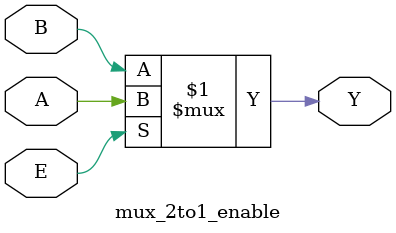
<source format=v>
module mux_2to1_enable (
  input A,
  input B,
  input E,
  output Y
);

  assign Y = E ? A : B;

endmodule
</source>
